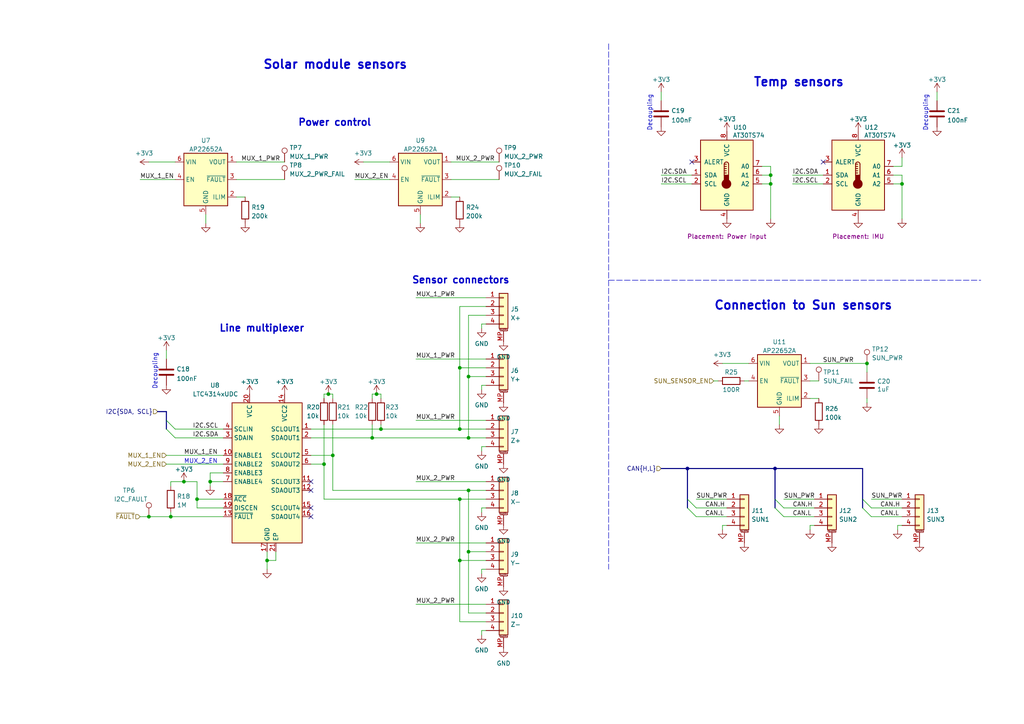
<source format=kicad_sch>
(kicad_sch (version 20211123) (generator eeschema)
  (paper "A4")
  (title_block (title "BUTCube - Flight controller") (date "2022-03-11") (rev "v1.0") (comment 1 "Author: Petr Malaník"))
  (lib_symbols
    (symbol "Connector:TestPoint" (pin_numbers hide) (pin_names (offset 0.762) hide)
      (property "Reference" "TP" (at 0 6.858 0))
      (property "Value" "TestPoint" (at 0 5.08 0))
      (symbol "TestPoint_0_1"
        (circle (center 0 3.302) (radius 0.762))
      )
      (symbol "TestPoint_1_1"
        (pin passive line (at 0 0 90) (length 2.54) (name "1") (number "1"))
      )
    )
    (symbol "Connector_Generic_MountingPin:Conn_01x04_MountingPin" (pin_names (offset 1.016) hide)
      (property "Reference" "J" (at 0 5.08 0))
      (property "Value" "Conn_01x04_MountingPin" (at 1.27 -7.62 0))
      (symbol "Conn_01x04_MountingPin_1_1"
        (rectangle (start -1.27 -4.953) (end 0 -5.207) (stroke (width 0.1524)))
        (rectangle (start -1.27 -2.413) (end 0 -2.667) (stroke (width 0.1524)))
        (rectangle (start -1.27 0.127) (end 0 -0.127) (stroke (width 0.1524)))
        (rectangle (start -1.27 2.667) (end 0 2.413) (stroke (width 0.1524)))
        (rectangle (start -1.27 3.81) (end 1.27 -6.35) (stroke (width 0.254)) (fill (type background)))
        (polyline (pts (xy -1.016 -7.112) (xy 1.016 -7.112)) (stroke (width 0.1524)))
        (text "Mounting" (at 0 -6.731 0) (effects (font (size 0.381 0.381))))
        (pin passive line (at -5.08 2.54 0) (length 3.81) (name "Pin_1") (number "1"))
        (pin passive line (at -5.08 0 0) (length 3.81) (name "Pin_2") (number "2"))
        (pin passive line (at -5.08 -2.54 0) (length 3.81) (name "Pin_3") (number "3"))
        (pin passive line (at -5.08 -5.08 0) (length 3.81) (name "Pin_4") (number "4"))
        (pin passive line (at 0 -10.16 90) (length 3.048) (name "MountPin") (number "MP"))
      )
    )
    (symbol "Device:C" (pin_numbers hide) (pin_names (offset 0.254))
      (property "Reference" "C" (at 0.635 2.54 0))
      (property "Value" "C" (at 0.635 -2.54 0))
      (symbol "C_0_1"
        (polyline (pts (xy -2.032 -0.762) (xy 2.032 -0.762)) (stroke (width 0.508)))
        (polyline (pts (xy -2.032 0.762) (xy 2.032 0.762)) (stroke (width 0.508)))
      )
      (symbol "C_1_1"
        (pin passive line (at 0 3.81 270) (length 2.794) (name "~") (number "1"))
        (pin passive line (at 0 -3.81 90) (length 2.794) (name "~") (number "2"))
      )
    )
    (symbol "Device:R" (pin_numbers hide) (pin_names (offset 0))
      (property "Reference" "R" (at 2.032 0 90))
      (property "Value" "R" (at 0 0 90))
      (symbol "R_0_1"
        (rectangle (start -1.016 -2.54) (end 1.016 2.54) (stroke (width 0.254)))
      )
      (symbol "R_1_1"
        (pin passive line (at 0 3.81 270) (length 1.27) (name "~") (number "1"))
        (pin passive line (at 0 -3.81 90) (length 1.27) (name "~") (number "2"))
      )
    )
    (symbol "Interface_Expansion:LTC4314xUDC"
      (property "Reference" "U" (at -8.89 21.59 0))
      (property "Value" "LTC4314xUDC" (at 11.43 -20.32 0))
      (symbol "LTC4314xUDC_0_0"
        (pin bidirectional line (at 12.7 12.7 180) (length 2.54) (name "SCLOUT1") (number "1"))
      )
      (symbol "LTC4314xUDC_0_1"
        (rectangle (start -10.16 20.32) (end 10.16 -20.32) (stroke (width 0.254)) (fill (type background)))
      )
      (symbol "LTC4314xUDC_1_1"
        (pin input line (at -12.7 5.08 0) (length 2.54) (name "ENABLE1") (number "10"))
        (pin bidirectional line (at 12.7 -2.54 180) (length 2.54) (name "SCLOUT3") (number "11"))
        (pin bidirectional line (at 12.7 -5.08 180) (length 2.54) (name "SDAOUT3") (number "12"))
        (pin open_collector line (at -12.7 -12.7 0) (length 2.54) (name "~{FAULT}") (number "13"))
        (pin power_in line (at 5.08 22.86 270) (length 2.54) (name "VCC2") (number "14"))
        (pin bidirectional line (at 12.7 -10.16 180) (length 2.54) (name "SCLOUT4") (number "15"))
        (pin bidirectional line (at 12.7 -12.7 180) (length 2.54) (name "SDAOUT4") (number "16"))
        (pin power_in line (at 0 -22.86 90) (length 2.54) (name "GND") (number "17"))
        (pin input line (at -12.7 -7.62 0) (length 2.54) (name "~{ACC}") (number "18"))
        (pin input line (at -12.7 -10.16 0) (length 2.54) (name "DISCEN") (number "19"))
        (pin bidirectional line (at 12.7 10.16 180) (length 2.54) (name "SDAOUT1") (number "2"))
        (pin power_in line (at -5.08 22.86 270) (length 2.54) (name "VCC") (number "20"))
        (pin passive line (at 2.54 -22.86 90) (length 2.54) (name "EP") (number "21"))
        (pin bidirectional line (at -12.7 10.16 0) (length 2.54) (name "SDAIN") (number "3"))
        (pin bidirectional line (at -12.7 12.7 0) (length 2.54) (name "SCLIN") (number "4"))
        (pin bidirectional line (at 12.7 5.08 180) (length 2.54) (name "SCLOUT2") (number "5"))
        (pin bidirectional line (at 12.7 2.54 180) (length 2.54) (name "SDAOUT2") (number "6"))
        (pin input line (at -12.7 -2.54 0) (length 2.54) (name "ENABLE4") (number "7"))
        (pin input line (at -12.7 0 0) (length 2.54) (name "ENABLE3") (number "8"))
        (pin input line (at -12.7 2.54 0) (length 2.54) (name "ENABLE2") (number "9"))
      )
    )
    (symbol "TCY_power_management:AP22653"
      (property "Reference" "U" (at 8.89 7.62 0))
      (property "Value" "AP22653" (at 0 7.62 0))
      (symbol "AP22653_0_1"
        (rectangle (start -6.35 5.08) (end 6.35 -10.16) (stroke (width 0.254)) (fill (type background)))
      )
      (symbol "AP22653_1_1"
        (pin power_out line (at 8.89 2.54 180) (length 2.54) (name "VOUT") (number "1"))
        (pin passive line (at 8.89 -7.62 180) (length 2.54) (name "ILIM") (number "2"))
        (pin output line (at 8.89 -2.54 180) (length 2.54) (name "~{FAULT}") (number "3"))
        (pin input line (at -8.89 -2.54 0) (length 2.54) (name "EN") (number "4"))
        (pin passive line (at 0 -12.7 90) (length 2.54) (name "GND") (number "5"))
        (pin power_in line (at -8.89 2.54 0) (length 2.54) (name "VIN") (number "6"))
        (pin passive line (at 0 -12.7 90) (length 2.54) hide (name "E_PAD") (number "7"))
      )
    )
    (symbol "TCY_sensors:AT30TS74" (pin_names (offset 1.016))
      (property "Reference" "U" (at -6.35 11.43 0))
      (property "Value" "AT30TS74" (at 0 11.43 0))
      (symbol "AT30TS74_0_1"
        (rectangle (start -7.62 10.16) (end 7.62 -10.16) (stroke (width 0.254)) (fill (type background)))
        (circle (center -0.127 -2.54) (radius 1.27) (stroke (width 0.254)) (fill (type outline)))
        (polyline (pts (xy -0.762 0.635) (xy -0.127 0.635)) (stroke (width 0.254)))
        (polyline (pts (xy -0.762 1.27) (xy -0.127 1.27)) (stroke (width 0.254)))
        (polyline (pts (xy -0.762 1.905) (xy -0.127 1.905)) (stroke (width 0.254)))
        (polyline (pts (xy -0.762 2.54) (xy -0.127 2.54)) (stroke (width 0.254)))
        (polyline (pts (xy -0.762 3.175) (xy -0.762 0)) (stroke (width 0.254)))
        (polyline (pts (xy -0.762 3.175) (xy -0.127 3.175)) (stroke (width 0.254)))
        (polyline (pts (xy 0.508 3.175) (xy 0.508 0)) (stroke (width 0.254)))
        (rectangle (start 0.508 -1.905) (end -0.762 0) (stroke (width 0.254)) (fill (type outline)))
        (arc (start 0.508 3.175) (mid -0.127 3.81) (end -0.762 3.175) (stroke (width 0.254)))
      )
      (symbol "AT30TS74_1_1"
        (pin bidirectional line (at -10.16 0 0) (length 2.54) (name "SDA") (number "1"))
        (pin input line (at -10.16 -2.54 0) (length 2.54) (name "SCL") (number "2"))
        (pin open_collector line (at -10.16 3.81 0) (length 2.54) (name "ALERT") (number "3"))
        (pin power_in line (at 0 -12.7 90) (length 2.54) (name "GND") (number "4"))
        (pin input line (at 10.16 -2.54 180) (length 2.54) (name "A2") (number "5"))
        (pin input line (at 10.16 0 180) (length 2.54) (name "A1") (number "6"))
        (pin input line (at 10.16 2.54 180) (length 2.54) (name "A0") (number "7"))
        (pin power_in line (at 0 12.7 270) (length 2.54) (name "VCC") (number "8"))
        (pin power_in line (at 0 -12.7 90) (length 2.54) hide (name "GND") (number "9"))
      )
    )
    (symbol "power:+3.3V" (power) (pin_names (offset 0))
      (property "Value" "+3.3V" (at 0 3.556 0))
      (symbol "+3.3V_0_1"
        (polyline (pts (xy -0.762 1.27) (xy 0 2.54)))
        (polyline (pts (xy 0 0) (xy 0 2.54)))
        (polyline (pts (xy 0 2.54) (xy 0.762 1.27)))
      )
      (symbol "+3.3V_1_1"
        (pin power_in line (at 0 0 90) (length 0) hide (name "+3V3") (number "1"))
      )
    )
    (symbol "power:+3V3" (power) (pin_names (offset 0))
      (property "Value" "+3V3" (at 0 3.556 0))
      (symbol "+3V3_0_1"
        (polyline (pts (xy -0.762 1.27) (xy 0 2.54)))
        (polyline (pts (xy 0 0) (xy 0 2.54)))
        (polyline (pts (xy 0 2.54) (xy 0.762 1.27)))
      )
      (symbol "+3V3_1_1"
        (pin power_in line (at 0 0 90) (length 0) hide (name "+3V3") (number "1"))
      )
    )
    (symbol "power:GND" (power) (pin_names (offset 0))
      (property "Value" "GND" (at 0 -3.81 0))
      (symbol "GND_0_1"
        (polyline (pts (xy 0 0) (xy 0 -1.27) (xy 1.27 -1.27) (xy 0 -2.54) (xy -1.27 -1.27) (xy 0 -1.27)))
      )
      (symbol "GND_1_1"
        (pin power_in line (at 0 0 270) (length 0) hide (name "GND") (number "1"))
      )
    )
  )
  (junction (at 95.25 114.3))
  (junction (at 77.47 162.56))
  (junction (at 43.18 149.86))
  (junction (at 135.89 160.02))
  (junction (at 135.89 109.22))
  (junction (at 109.22 114.3))
  (junction (at 110.49 124.46))
  (junction (at 133.35 124.46))
  (junction (at 96.52 132.08))
  (junction (at 199.39 135.89))
  (junction (at 53.34 139.7))
  (junction (at 261.62 53.34))
  (junction (at 224.79 135.89))
  (junction (at 60.96 139.7))
  (junction (at 133.35 106.68))
  (junction (at 107.95 127))
  (junction (at 135.89 142.24))
  (junction (at 223.52 53.34))
  (junction (at 49.53 149.86))
  (junction (at 93.98 134.62))
  (junction (at 251.46 105.41))
  (junction (at 133.35 144.78))
  (junction (at 57.15 144.78))
  (junction (at 135.89 127))
  (junction (at 223.52 50.8))
  (junction (at 133.35 162.56))
  (no_connect (at 90.17 142.24))
  (no_connect (at 90.17 147.32))
  (no_connect (at 90.17 139.7))
  (no_connect (at 200.66 46.99))
  (no_connect (at 90.17 149.86))
  (no_connect (at 238.76 46.99))
  (bus_entry (at 48.26 121.92) (size 2.54 2.54))
  (bus_entry (at 224.79 147.32) (size 2.54 2.54))
  (bus_entry (at 250.19 144.78) (size 2.54 2.54))
  (bus_entry (at 48.26 124.46) (size 2.54 2.54))
  (bus_entry (at 199.39 147.32) (size 2.54 2.54))
  (bus_entry (at 250.19 147.32) (size 2.54 2.54))
  (bus_entry (at 224.79 144.78) (size 2.54 2.54))
  (bus_entry (at 199.39 144.78) (size 2.54 2.54))
  (wire (pts (xy 201.93 147.32) (xy 210.82 147.32)))
  (wire (pts (xy 40.64 149.86) (xy 43.18 149.86)))
  (wire (pts (xy 110.49 114.3) (xy 109.22 114.3)))
  (wire (pts (xy 234.95 110.49) (xy 237.49 110.49)))
  (wire (pts (xy 139.7 93.98) (xy 140.97 93.98)))
  (wire (pts (xy 139.7 147.32) (xy 140.97 147.32)))
  (wire (pts (xy 107.95 127) (xy 135.89 127)))
  (wire (pts (xy 48.26 134.62) (xy 64.77 134.62)))
  (wire (pts (xy 102.87 52.07) (xy 113.03 52.07)))
  (wire (pts (xy 135.89 127) (xy 140.97 127)))
  (wire (pts (xy 261.62 53.34) (xy 261.62 50.8)))
  (wire (pts (xy 43.18 46.99) (xy 50.8 46.99)))
  (wire (pts (xy 60.96 139.7) (xy 60.96 140.97)))
  (wire (pts (xy 209.55 152.4) (xy 210.82 152.4)))
  (wire (pts (xy 96.52 142.24) (xy 96.52 132.08)))
  (wire (pts (xy 68.58 57.15) (xy 71.12 57.15)))
  (wire (pts (xy 93.98 115.57) (xy 93.98 114.3)))
  (wire (pts (xy 120.65 139.7) (xy 140.97 139.7)))
  (wire (pts (xy 261.62 53.34) (xy 261.62 63.5)))
  (bus (pts (xy 45.72 119.38) (xy 48.26 119.38)))
  (wire (pts (xy 130.81 57.15) (xy 133.35 57.15)))
  (wire (pts (xy 259.08 53.34) (xy 261.62 53.34)))
  (wire (pts (xy 234.95 105.41) (xy 251.46 105.41)))
  (wire (pts (xy 209.55 105.41) (xy 217.17 105.41)))
  (wire (pts (xy 252.73 149.86) (xy 261.62 149.86)))
  (wire (pts (xy 133.35 180.34) (xy 140.97 180.34)))
  (wire (pts (xy 133.35 162.56) (xy 140.97 162.56)))
  (wire (pts (xy 135.89 109.22) (xy 140.97 109.22)))
  (bus (pts (xy 250.19 144.78) (xy 250.19 147.32)))
  (wire (pts (xy 201.93 144.78) (xy 210.82 144.78)))
  (wire (pts (xy 57.15 147.32) (xy 57.15 144.78)))
  (wire (pts (xy 260.35 152.4) (xy 261.62 152.4)))
  (wire (pts (xy 48.26 101.6) (xy 48.26 104.14)))
  (wire (pts (xy 107.95 115.57) (xy 107.95 114.3)))
  (wire (pts (xy 234.95 152.4) (xy 236.22 152.4)))
  (wire (pts (xy 50.8 124.46) (xy 64.77 124.46)))
  (wire (pts (xy 90.17 124.46) (xy 110.49 124.46)))
  (wire (pts (xy 110.49 123.19) (xy 110.49 124.46)))
  (polyline (pts (xy 176.53 12.7) (xy 176.53 165.1)))
  (wire (pts (xy 120.65 121.92) (xy 140.97 121.92)))
  (wire (pts (xy 139.7 165.1) (xy 140.97 165.1)))
  (wire (pts (xy 227.33 144.78) (xy 236.22 144.78)))
  (wire (pts (xy 93.98 114.3) (xy 95.25 114.3)))
  (wire (pts (xy 68.58 46.99) (xy 82.55 46.99)))
  (wire (pts (xy 223.52 48.26) (xy 220.98 48.26)))
  (wire (pts (xy 227.33 149.86) (xy 236.22 149.86)))
  (wire (pts (xy 107.95 123.19) (xy 107.95 127)))
  (wire (pts (xy 59.69 62.23) (xy 59.69 64.77)))
  (wire (pts (xy 135.89 177.8) (xy 140.97 177.8)))
  (wire (pts (xy 135.89 109.22) (xy 135.89 127)))
  (wire (pts (xy 120.65 86.36) (xy 140.97 86.36)))
  (wire (pts (xy 93.98 123.19) (xy 93.98 134.62)))
  (wire (pts (xy 133.35 88.9) (xy 140.97 88.9)))
  (wire (pts (xy 105.41 46.99) (xy 113.03 46.99)))
  (wire (pts (xy 139.7 95.25) (xy 139.7 93.98)))
  (wire (pts (xy 64.77 147.32) (xy 57.15 147.32)))
  (bus (pts (xy 48.26 119.38) (xy 48.26 121.92)))
  (wire (pts (xy 90.17 132.08) (xy 96.52 132.08)))
  (wire (pts (xy 191.77 26.67) (xy 191.77 29.21)))
  (wire (pts (xy 135.89 142.24) (xy 96.52 142.24)))
  (wire (pts (xy 130.81 52.07) (xy 144.78 52.07)))
  (bus (pts (xy 224.79 135.89) (xy 224.79 144.78)))
  (wire (pts (xy 48.26 132.08) (xy 64.77 132.08)))
  (wire (pts (xy 95.25 114.3) (xy 96.52 114.3)))
  (wire (pts (xy 133.35 144.78) (xy 93.98 144.78)))
  (wire (pts (xy 77.47 160.02) (xy 77.47 162.56)))
  (bus (pts (xy 199.39 144.78) (xy 199.39 147.32)))
  (wire (pts (xy 200.66 53.34) (xy 191.77 53.34)))
  (bus (pts (xy 199.39 135.89) (xy 224.79 135.89)))
  (wire (pts (xy 43.18 149.86) (xy 49.53 149.86)))
  (wire (pts (xy 130.81 46.99) (xy 144.78 46.99)))
  (wire (pts (xy 90.17 127) (xy 107.95 127)))
  (wire (pts (xy 49.53 139.7) (xy 53.34 139.7)))
  (wire (pts (xy 261.62 45.72) (xy 261.62 48.26)))
  (wire (pts (xy 227.33 147.32) (xy 236.22 147.32)))
  (wire (pts (xy 139.7 129.54) (xy 140.97 129.54)))
  (wire (pts (xy 139.7 182.88) (xy 140.97 182.88)))
  (wire (pts (xy 251.46 115.57) (xy 251.46 116.84)))
  (wire (pts (xy 93.98 144.78) (xy 93.98 134.62)))
  (bus (pts (xy 199.39 135.89) (xy 199.39 144.78)))
  (wire (pts (xy 139.7 113.03) (xy 139.7 111.76)))
  (wire (pts (xy 96.52 123.19) (xy 96.52 132.08)))
  (wire (pts (xy 133.35 144.78) (xy 140.97 144.78)))
  (wire (pts (xy 215.9 110.49) (xy 217.17 110.49)))
  (wire (pts (xy 139.7 184.15) (xy 139.7 182.88)))
  (wire (pts (xy 121.92 62.23) (xy 121.92 64.77)))
  (wire (pts (xy 223.52 50.8) (xy 223.52 48.26)))
  (wire (pts (xy 133.35 144.78) (xy 133.35 162.56)))
  (wire (pts (xy 201.93 149.86) (xy 210.82 149.86)))
  (wire (pts (xy 40.64 52.07) (xy 50.8 52.07)))
  (wire (pts (xy 133.35 106.68) (xy 133.35 124.46)))
  (wire (pts (xy 133.35 162.56) (xy 133.35 180.34)))
  (bus (pts (xy 250.19 135.89) (xy 250.19 144.78)))
  (wire (pts (xy 209.55 153.67) (xy 209.55 152.4)))
  (wire (pts (xy 77.47 162.56) (xy 77.47 165.1)))
  (wire (pts (xy 90.17 134.62) (xy 93.98 134.62)))
  (wire (pts (xy 238.76 50.8) (xy 229.87 50.8)))
  (wire (pts (xy 200.66 50.8) (xy 191.77 50.8)))
  (wire (pts (xy 60.96 137.16) (xy 60.96 139.7)))
  (wire (pts (xy 50.8 127) (xy 64.77 127)))
  (wire (pts (xy 120.65 175.26) (xy 140.97 175.26)))
  (wire (pts (xy 96.52 114.3) (xy 96.52 115.57)))
  (wire (pts (xy 261.62 48.26) (xy 259.08 48.26)))
  (wire (pts (xy 49.53 148.59) (xy 49.53 149.86)))
  (wire (pts (xy 107.95 114.3) (xy 109.22 114.3)))
  (wire (pts (xy 271.78 26.67) (xy 271.78 29.21)))
  (wire (pts (xy 60.96 139.7) (xy 64.77 139.7)))
  (wire (pts (xy 139.7 166.37) (xy 139.7 165.1)))
  (wire (pts (xy 259.08 50.8) (xy 261.62 50.8)))
  (wire (pts (xy 135.89 142.24) (xy 140.97 142.24)))
  (wire (pts (xy 135.89 91.44) (xy 135.89 109.22)))
  (wire (pts (xy 80.01 162.56) (xy 77.47 162.56)))
  (wire (pts (xy 53.34 139.7) (xy 57.15 139.7)))
  (wire (pts (xy 57.15 139.7) (xy 57.15 144.78)))
  (wire (pts (xy 110.49 124.46) (xy 133.35 124.46)))
  (wire (pts (xy 238.76 53.34) (xy 229.87 53.34)))
  (wire (pts (xy 139.7 111.76) (xy 140.97 111.76)))
  (wire (pts (xy 223.52 53.34) (xy 223.52 63.5)))
  (wire (pts (xy 135.89 160.02) (xy 140.97 160.02)))
  (bus (pts (xy 224.79 135.89) (xy 250.19 135.89)))
  (wire (pts (xy 226.06 120.65) (xy 226.06 123.19)))
  (polyline (pts (xy 176.53 81.28) (xy 284.48 81.28)))
  (wire (pts (xy 260.35 153.67) (xy 260.35 152.4)))
  (wire (pts (xy 68.58 52.07) (xy 82.55 52.07)))
  (wire (pts (xy 234.95 115.57) (xy 237.49 115.57)))
  (wire (pts (xy 120.65 157.48) (xy 140.97 157.48)))
  (wire (pts (xy 252.73 147.32) (xy 261.62 147.32)))
  (wire (pts (xy 139.7 130.81) (xy 139.7 129.54)))
  (wire (pts (xy 49.53 140.97) (xy 49.53 139.7)))
  (wire (pts (xy 80.01 160.02) (xy 80.01 162.56)))
  (wire (pts (xy 64.77 144.78) (xy 57.15 144.78)))
  (wire (pts (xy 251.46 105.41) (xy 251.46 107.95)))
  (wire (pts (xy 133.35 88.9) (xy 133.35 106.68)))
  (bus (pts (xy 191.77 135.89) (xy 199.39 135.89)))
  (wire (pts (xy 139.7 148.59) (xy 139.7 147.32)))
  (wire (pts (xy 135.89 160.02) (xy 135.89 142.24)))
  (wire (pts (xy 133.35 106.68) (xy 140.97 106.68)))
  (wire (pts (xy 49.53 149.86) (xy 64.77 149.86)))
  (wire (pts (xy 252.73 144.78) (xy 261.62 144.78)))
  (wire (pts (xy 234.95 153.67) (xy 234.95 152.4)))
  (bus (pts (xy 224.79 144.78) (xy 224.79 147.32)))
  (wire (pts (xy 220.98 53.34) (xy 223.52 53.34)))
  (wire (pts (xy 223.52 53.34) (xy 223.52 50.8)))
  (wire (pts (xy 64.77 137.16) (xy 60.96 137.16)))
  (wire (pts (xy 207.01 110.49) (xy 208.28 110.49)))
  (wire (pts (xy 110.49 115.57) (xy 110.49 114.3)))
  (wire (pts (xy 135.89 91.44) (xy 140.97 91.44)))
  (wire (pts (xy 133.35 124.46) (xy 140.97 124.46)))
  (wire (pts (xy 135.89 177.8) (xy 135.89 160.02)))
  (wire (pts (xy 120.65 104.14) (xy 140.97 104.14)))
  (wire (pts (xy 220.98 50.8) (xy 223.52 50.8)))
  (bus (pts (xy 48.26 121.92) (xy 48.26 124.46)))
  (text "Decoupling" (at 45.72 113.03 90) (effects (font (size 1.27 1.27)) (justify left bottom)))
  (text "Sensor connectors" (at 119.38 82.55 0) (effects (font (size 2 2) (thickness 0.4) bold) (justify left bottom)))
  (text "Connection to Sun sensors" (at 207.01 90.17 0) (effects (font (size 2.5 2.5) (thickness 0.5) bold) (justify left bottom)))
  (text "Decoupling" (at 269.24 38.1 90) (effects (font (size 1.27 1.27)) (justify left bottom)))
  (text "MUX_2_EN" (at 53.34 134.62 0) (effects (font (size 1.27 1.27)) (justify left bottom)))
  (text "Power control" (at 86.36 36.83 0) (effects (font (size 2 2) bold) (justify left bottom)))
  (text "Line multiplexer" (at 63.5 96.52 0) (effects (font (size 2 2) bold) (justify left bottom)))
  (text "Decoupling" (at 189.23 38.1 90) (effects (font (size 1.27 1.27)) (justify left bottom)))
  (text "Temp sensors" (at 218.44 25.4 0) (effects (font (size 2.5 2.5) (thickness 0.5) bold) (justify left bottom)))
  (text "Solar module sensors" (at 76.2 20.32 0) (effects (font (size 2.5 2.5) (thickness 0.5) bold) (justify left bottom)))
  (label "MUX_2_PWR" (at 120.65 175.26 0))
  (label "MUX_1_PWR" (at 120.65 104.14 0))
  (label "MUX_2_EN" (at 102.87 52.07 0))
  (label "MUX_1_PWR" (at 81.28 46.99 180))
  (label "SUN_PWR" (at 227.33 144.78 0))
  (label "MUX_2_PWR" (at 120.65 157.48 0))
  (label "MUX_1_PWR" (at 120.65 86.36 0))
  (label "CAN.H" (at 229.87 147.32 0))
  (label "CAN.L" (at 204.47 149.86 0))
  (label "CAN.H" (at 204.47 147.32 0))
  (label "CAN.L" (at 229.87 149.86 0))
  (label "SUN_PWR" (at 247.65 105.41 180))
  (label "I2C.SDA" (at 55.88 127 0))
  (label "I2C.SCL" (at 191.77 53.34 0))
  (label "MUX_1_EN" (at 53.34 132.08 0))
  (label "I2C.SCL" (at 229.87 53.34 0))
  (label "MUX_1_PWR" (at 120.65 121.92 0))
  (label "SUN_PWR" (at 252.73 144.78 0))
  (label "I2C.SCL" (at 55.88 124.46 0))
  (label "MUX_1_EN" (at 40.64 52.07 0))
  (label "CAN.H" (at 255.27 147.32 0))
  (label "I2C.SDA" (at 191.77 50.8 0))
  (label "I2C.SDA" (at 229.87 50.8 0))
  (label "CAN.L" (at 255.27 149.86 0))
  (label "MUX_2_PWR" (at 120.65 139.7 0))
  (label "MUX_2_PWR" (at 143.51 46.99 180))
  (label "SUN_PWR" (at 201.93 144.78 0))
  (hierarchical_label "CAN{H,L}" (shape input) (at 191.77 135.89 180))
  (hierarchical_label "MUX_2_EN" (shape input) (at 48.26 134.62 180))
  (hierarchical_label "MUX_1_EN" (shape input) (at 48.26 132.08 180))
  (hierarchical_label "~{FAULT}" (shape input) (at 40.64 149.86 180))
  (hierarchical_label "SUN_SENSOR_EN" (shape input) (at 207.01 110.49 180))
  (hierarchical_label "I2C{SDA, SCL}" (shape input) (at 45.72 119.38 180))
  (symbol (lib_id "power:GND") (at 139.7 184.15 0) (unit 1)
    (property "Reference" "#PWR070" (effects hide))
    (property "Value" "~" (at 139.7 188.5934 0))
  )
  (symbol (lib_id "power:GND") (at 251.46 116.84 0) (unit 1)
    (property "Reference" "#PWR091" (effects hide))
    (property "Value" "GND" (effects hide))
  )
  (symbol (lib_id "power:GND") (at 77.47 165.1 0) (unit 1)
    (property "Reference" "#PWR058" (effects hide))
  )
  (symbol (lib_id "power:+3V3") (at 248.92 38.1 0) (unit 1)
    (property "Reference" "#PWR089" (effects hide))
    (property "Value" "+3V3" (at 248.92 34.5242 0))
  )
  (symbol (lib_id "Device:R") (at 110.49 119.38 0) (unit 1)
    (property "Reference" "R23" (at 111.76 118.11 0) (effects (justify left)))
    (property "Value" "10k" (at 111.76 120.65 0) (effects (justify left)))
    (property "Footprint" "TCY_passives:R_0603_1608Metric" (effects hide))
  )
  (symbol (lib_id "Device:C") (at 251.46 111.76 0) (unit 1)
    (property "Reference" "C20" (at 254.3811 110.6106 0) (effects (justify left)))
    (property "Value" "1uF" (at 254.381 112.909 0) (effects (justify left)))
    (property "Footprint" "TCY_passives:C_0603_1608Metric" (effects hide))
  )
  (symbol (lib_id "Connector_Generic_MountingPin:Conn_01x04_MountingPin") (at 146.05 88.9 0) (unit 1)
    (property "Reference" "J5" (at 148.082 89.6909 0) (effects (justify left)))
    (property "Value" "X+" (at 148.082 92.2278 0) (effects (justify left)))
    (property "Footprint" "TCY_connectors:Amphenol_10114830-11103LF_1x04_P1.25mm_Horizontal" (effects hide))
  )
  (symbol (lib_id "Connector:TestPoint") (at 43.18 149.86 0) (unit 1)
    (property "Reference" "TP6" (at 35.56 142.24 0) (effects (justify left)))
    (property "Value" "I2C_FAULT" (at 33.02 144.78 0) (effects (justify left)))
    (property "Footprint" "TCY_connectors:TestPoint_Pad_D0.5mm" (effects hide))
  )
  (symbol (lib_id "Device:C") (at 271.78 33.02 0) (unit 1)
    (property "Reference" "C21" (at 274.7011 32.1115 0) (effects (justify left)))
    (property "Value" "100nF" (at 274.7011 34.8866 0) (effects (justify left)))
    (property "Footprint" "TCY_passives:C_0603_1608Metric" (effects hide))
  )
  (symbol (lib_id "power:GND") (at 226.06 123.19 0) (unit 1)
    (property "Reference" "#PWR085" (effects hide))
    (property "Value" "GND" (effects hide))
  )
  (symbol (lib_id "TCY_power_management:AP22653") (at 59.69 49.53 0) (unit 1)
    (property "Reference" "U7" (at 59.69 40.7502 0))
    (property "Value" "AP22652A" (at 59.69 43.2871 0))
    (property "Footprint" "Package_DFN_QFN:DFN-6-1EP_2x2mm_P0.65mm_EP1x1.6mm" (effects hide))
    (property "Datasheet" "https://www.diodes.com/assets/Datasheets/AP22652_53_52A_53A.pdf" (effects hide))
  )
  (symbol (lib_id "Connector:TestPoint") (at 144.78 46.99 0) (unit 1)
    (property "Reference" "TP9" (at 146.177 42.8533 0) (effects (justify left)))
    (property "Value" "MUX_2_PWR" (at 146.177 45.3902 0) (effects (justify left)))
    (property "Footprint" "TCY_connectors:TestPoint_Pad_D0.5mm" (effects hide))
  )
  (symbol (lib_id "power:+3V3") (at 210.82 38.1 0) (unit 1)
    (property "Reference" "#PWR081" (effects hide))
    (property "Value" "+3V3" (at 210.82 34.5242 0))
  )
  (symbol (lib_id "power:+3V3") (at 261.62 45.72 0) (unit 1)
    (property "Reference" "#PWR093" (effects hide))
    (property "Value" "+3V3" (at 261.62 42.1442 0))
  )
  (symbol (lib_id "TCY_power_management:AP22653") (at 121.92 49.53 0) (unit 1)
    (property "Reference" "U9" (at 121.92 40.7502 0))
    (property "Value" "AP22652A" (at 121.92 43.2871 0))
    (property "Footprint" "Package_DFN_QFN:DFN-6-1EP_2x2mm_P0.65mm_EP1x1.6mm" (effects hide))
    (property "Datasheet" "https://www.diodes.com/assets/Datasheets/AP22652_53_52A_53A.pdf" (effects hide))
  )
  (symbol (lib_id "power:GND") (at 260.35 153.67 0) (unit 1)
    (property "Reference" "#PWR092" (effects hide))
    (property "Value" "GND" (effects hide))
  )
  (symbol (lib_id "Connector_Generic_MountingPin:Conn_01x04_MountingPin") (at 266.7 147.32 0) (unit 1)
    (property "Reference" "J13" (at 268.732 148.1109 0) (effects (justify left)))
    (property "Value" "SUN3" (at 268.732 150.6478 0) (effects (justify left)))
    (property "Footprint" "TCY_connectors:Amphenol_10114830-11103LF_1x04_P1.25mm_Horizontal" (effects hide))
  )
  (symbol (lib_id "power:GND") (at 146.05 170.18 0) (unit 1)
    (property "Reference" "#PWR075" (effects hide))
    (property "Value" "~" (at 146.05 174.6234 0))
  )
  (symbol (lib_id "Device:R") (at 49.53 144.78 0) (unit 1)
    (property "Reference" "R18" (at 51.308 143.9453 0) (effects (justify left)))
    (property "Value" "1M" (at 51.308 146.4822 0) (effects (justify left)))
    (property "Footprint" "TCY_passives:R_0603_1608Metric" (effects hide))
  )
  (symbol (lib_id "Interface_Expansion:LTC4314xUDC") (at 77.47 137.16 0) (unit 1)
    (property "Reference" "U8" (at 60.96 111.76 0) (effects (justify left)))
    (property "Value" "LTC4314xUDC" (at 55.88 114.3 0) (effects (justify left)))
    (property "Footprint" "Package_DFN_QFN:QFN-20-1EP_3x4mm_P0.5mm_EP1.65x2.65mm" (effects hide))
    (property "Datasheet" "https://www.analog.com/media/en/technical-documentation/data-sheets/4314f.pdf" (effects hide))
  )
  (symbol (lib_id "Device:R") (at 96.52 119.38 0) (unit 1)
    (property "Reference" "R21" (at 97.79 118.11 0) (effects (justify left)))
    (property "Value" "10k" (at 97.79 120.65 0) (effects (justify left)))
    (property "Footprint" "TCY_passives:R_0603_1608Metric" (effects hide))
  )
  (symbol (lib_id "power:+3.3V") (at 109.22 114.3 0) (unit 1)
    (property "Reference" "#PWR062" (effects hide))
    (property "Value" "+3.3V" (at 109.22 110.7242 0))
  )
  (symbol (lib_id "TCY_sensors:AT30TS74") (at 210.82 50.8 0) (unit 1)
    (property "Reference" "U10" (at 214.63 36.9528 0))
    (property "Value" "AT30TS74" (at 217.17 39.2515 0))
    (property "Footprint" "Package_DFN_QFN:DFN-8-1EP_3x2mm_P0.5mm_EP1.3x1.5mm" (effects hide))
    (property "Datasheet" "http://ww1.microchip.com/downloads/en/DeviceDoc/Web_AT30TS74_0217.pdf" (effects hide))
    (property "Placement" "Placement: Power input" (at 210.82 68.58 0))
  )
  (symbol (lib_id "Connector_Generic_MountingPin:Conn_01x04_MountingPin") (at 146.05 142.24 0) (unit 1)
    (property "Reference" "J8" (at 148.082 143.0309 0) (effects (justify left)))
    (property "Value" "X-" (at 148.082 145.5678 0) (effects (justify left)))
    (property "Footprint" "TCY_connectors:Amphenol_10114830-11103LF_1x04_P1.25mm_Horizontal" (effects hide))
  )
  (symbol (lib_id "TCY_power_management:AP22653") (at 226.06 107.95 0) (unit 1)
    (property "Reference" "U11" (at 226.06 99.1702 0))
    (property "Value" "AP22652A" (at 226.06 101.7071 0))
    (property "Footprint" "Package_DFN_QFN:DFN-6-1EP_2x2mm_P0.65mm_EP1x1.6mm" (effects hide))
    (property "Datasheet" "https://www.diodes.com/assets/Datasheets/AP22652_53_52A_53A.pdf" (effects hide))
  )
  (symbol (lib_id "power:GND") (at 71.12 64.77 0) (unit 1)
    (property "Reference" "#PWR056" (effects hide))
    (property "Value" "GND" (effects hide))
  )
  (symbol (lib_id "power:GND") (at 133.35 64.77 0) (unit 1)
    (property "Reference" "#PWR064" (effects hide))
    (property "Value" "GND" (effects hide))
  )
  (symbol (lib_id "power:+3.3V") (at 191.77 26.67 0) (unit 1)
    (property "Reference" "#PWR077" (effects hide))
    (property "Value" "+3.3V" (at 191.77 23.0655 0))
  )
  (symbol (lib_id "power:+3.3V") (at 95.25 114.3 0) (unit 1)
    (property "Reference" "#PWR060" (effects hide))
    (property "Value" "+3.3V" (at 95.25 110.7242 0))
  )
  (symbol (lib_id "power:GND") (at 237.49 123.19 0) (unit 1)
    (property "Reference" "#PWR087" (effects hide))
    (property "Value" "GND" (effects hide))
  )
  (symbol (lib_id "Device:C") (at 191.77 33.02 0) (unit 1)
    (property "Reference" "C19" (at 194.6911 32.1115 0) (effects (justify left)))
    (property "Value" "100nF" (at 194.6911 34.8866 0) (effects (justify left)))
    (property "Footprint" "TCY_passives:C_0603_1608Metric" (effects hide))
  )
  (symbol (lib_id "power:GND") (at 59.69 64.77 0) (unit 1)
    (property "Reference" "#PWR054" (effects hide))
    (property "Value" "GND" (effects hide))
  )
  (symbol (lib_id "power:GND") (at 139.7 95.25 0) (unit 1)
    (property "Reference" "#PWR065" (effects hide))
    (property "Value" "~" (at 139.7 99.6934 0))
  )
  (symbol (lib_id "power:+3V3") (at 43.18 46.99 90) (unit 1)
    (property "Reference" "#PWR050" (effects hide))
    (property "Value" "+3V3" (at 44.45 44.45 90) (effects (justify left)))
  )
  (symbol (lib_id "Device:C") (at 48.26 107.95 0) (unit 1)
    (property "Reference" "C18" (at 51.1811 107.0415 0) (effects (justify left)))
    (property "Value" "100nF" (at 51.1811 109.8166 0) (effects (justify left)))
    (property "Footprint" "TCY_passives:C_0603_1608Metric" (effects hide))
  )
  (symbol (lib_id "power:GND") (at 139.7 130.81 0) (unit 1)
    (property "Reference" "#PWR067" (effects hide))
    (property "Value" "~" (at 139.7 135.2534 0))
  )
  (symbol (lib_id "power:GND") (at 146.05 152.4 0) (unit 1)
    (property "Reference" "#PWR074" (effects hide))
    (property "Value" "~" (at 146.05 156.8434 0))
  )
  (symbol (lib_id "Connector:TestPoint") (at 82.55 52.07 0) (unit 1)
    (property "Reference" "TP8" (at 83.947 47.9333 0) (effects (justify left)))
    (property "Value" "MUX_2_PWR_FAIL" (at 83.947 50.4702 0) (effects (justify left)))
    (property "Footprint" "TCY_connectors:TestPoint_Pad_D0.5mm" (effects hide))
  )
  (symbol (lib_id "power:GND") (at 210.82 63.5 0) (unit 1)
    (property "Reference" "#PWR082" (effects hide))
    (property "Value" "GND" (effects hide))
  )
  (symbol (lib_id "power:GND") (at 60.96 140.97 0) (unit 1)
    (property "Reference" "#PWR055" (effects hide))
    (property "Value" "GND" (effects hide))
  )
  (symbol (lib_id "Device:R") (at 107.95 119.38 0) (unit 1)
    (property "Reference" "R22" (at 102.87 118.11 0) (effects (justify left)))
    (property "Value" "10k" (at 102.87 120.65 0) (effects (justify left)))
    (property "Footprint" "TCY_passives:R_0603_1608Metric" (effects hide))
  )
  (symbol (lib_id "power:GND") (at 266.7 157.48 0) (unit 1)
    (property "Reference" "#PWR095" (effects hide))
    (property "Value" "GND" (effects hide))
  )
  (symbol (lib_id "power:GND") (at 191.77 36.83 0) (unit 1)
    (property "Reference" "#PWR078" (effects hide))
    (property "Value" "GND" (effects hide))
  )
  (symbol (lib_id "power:GND") (at 209.55 153.67 0) (unit 1)
    (property "Reference" "#PWR080" (effects hide))
    (property "Value" "GND" (effects hide))
  )
  (symbol (lib_id "Connector:TestPoint") (at 251.46 105.41 0) (unit 1)
    (property "Reference" "TP12" (at 252.857 101.2733 0) (effects (justify left)))
    (property "Value" "SUN_PWR" (at 252.857 103.8102 0) (effects (justify left)))
    (property "Footprint" "TCY_connectors:TestPoint_Pad_D0.5mm" (effects hide))
  )
  (symbol (lib_id "Connector_Generic_MountingPin:Conn_01x04_MountingPin") (at 146.05 177.8 0) (unit 1)
    (property "Reference" "J10" (at 148.082 178.5909 0) (effects (justify left)))
    (property "Value" "Z-" (at 148.082 181.1278 0) (effects (justify left)))
    (property "Footprint" "TCY_connectors:Amphenol_10114830-11103LF_1x04_P1.25mm_Horizontal" (effects hide))
  )
  (symbol (lib_id "power:+3.3V") (at 82.55 114.3 0) (unit 1)
    (property "Reference" "#PWR059" (effects hide))
    (property "Value" "+3.3V" (at 82.55 110.7242 0))
  )
  (symbol (lib_id "Connector_Generic_MountingPin:Conn_01x04_MountingPin") (at 215.9 147.32 0) (unit 1)
    (property "Reference" "J11" (at 217.932 148.1109 0) (effects (justify left)))
    (property "Value" "SUN1" (at 217.932 150.6478 0) (effects (justify left)))
    (property "Footprint" "TCY_connectors:Amphenol_10114830-11103LF_1x04_P1.25mm_Horizontal" (effects hide))
  )
  (symbol (lib_id "power:+3V3") (at 209.55 105.41 90) (unit 1)
    (property "Reference" "#PWR079" (effects hide))
    (property "Value" "+3V3" (at 212.09 102.87 90) (effects (justify left)))
  )
  (symbol (lib_id "Device:R") (at 237.49 119.38 0) (unit 1)
    (property "Reference" "R26" (at 239.268 118.5453 0) (effects (justify left)))
    (property "Value" "100k" (at 239.268 121.0822 0) (effects (justify left)))
    (property "Footprint" "TCY_passives:R_0603_1608Metric" (effects hide))
  )
  (symbol (lib_id "power:+3.3V") (at 72.39 114.3 0) (unit 1)
    (property "Reference" "#PWR057" (effects hide))
    (property "Value" "+3.3V" (at 72.39 110.7242 0))
  )
  (symbol (lib_id "power:+3.3V") (at 53.34 139.7 0) (unit 1)
    (property "Reference" "#PWR053" (effects hide))
    (property "Value" "+3.3V" (at 53.34 136.1242 0))
  )
  (symbol (lib_id "power:GND") (at 48.26 111.76 0) (unit 1)
    (property "Reference" "#PWR052" (effects hide))
    (property "Value" "GND" (effects hide))
  )
  (symbol (lib_id "Device:R") (at 93.98 119.38 0) (unit 1)
    (property "Reference" "R20" (at 88.9 118.11 0) (effects (justify left)))
    (property "Value" "10k" (at 88.9 120.65 0) (effects (justify left)))
    (property "Footprint" "TCY_passives:R_0603_1608Metric" (effects hide))
  )
  (symbol (lib_id "power:+3V3") (at 105.41 46.99 90) (unit 1)
    (property "Reference" "#PWR061" (effects hide))
    (property "Value" "+3V3" (at 107.95 44.45 90) (effects (justify left)))
  )
  (symbol (lib_id "Connector:TestPoint") (at 237.49 110.49 0) (unit 1)
    (property "Reference" "TP11" (at 238.76 107.95 0) (effects (justify left)))
    (property "Value" "SUN_FAIL" (at 238.76 110.49 0) (effects (justify left)))
    (property "Footprint" "TCY_connectors:TestPoint_Pad_D0.5mm" (effects hide))
  )
  (symbol (lib_id "power:GND") (at 271.78 36.83 0) (unit 1)
    (property "Reference" "#PWR097" (effects hide))
    (property "Value" "GND" (effects hide))
  )
  (symbol (lib_id "power:GND") (at 146.05 116.84 0) (unit 1)
    (property "Reference" "#PWR072" (effects hide))
    (property "Value" "~" (at 146.05 121.2834 0))
  )
  (symbol (lib_id "power:GND") (at 234.95 153.67 0) (unit 1)
    (property "Reference" "#PWR086" (effects hide))
    (property "Value" "GND" (effects hide))
  )
  (symbol (lib_id "power:+3.3V") (at 271.78 26.67 0) (unit 1)
    (property "Reference" "#PWR096" (effects hide))
    (property "Value" "+3.3V" (at 271.78 23.0655 0))
  )
  (symbol (lib_id "power:GND") (at 146.05 134.62 0) (unit 1)
    (property "Reference" "#PWR073" (effects hide))
    (property "Value" "~" (at 146.05 139.0634 0))
  )
  (symbol (lib_id "power:GND") (at 248.92 63.5 0) (unit 1)
    (property "Reference" "#PWR090" (effects hide))
    (property "Value" "GND" (effects hide))
  )
  (symbol (lib_id "power:+3.3V") (at 48.26 101.6 0) (unit 1)
    (property "Reference" "#PWR051" (effects hide))
    (property "Value" "+3.3V" (at 48.26 97.9955 0))
  )
  (symbol (lib_id "power:GND") (at 146.05 99.06 0) (unit 1)
    (property "Reference" "#PWR071" (effects hide))
    (property "Value" "~" (at 146.05 103.5034 0))
  )
  (symbol (lib_id "power:GND") (at 139.7 148.59 0) (unit 1)
    (property "Reference" "#PWR068" (effects hide))
    (property "Value" "~" (at 139.7 153.0334 0))
  )
  (symbol (lib_id "Connector:TestPoint") (at 82.55 46.99 0) (unit 1)
    (property "Reference" "TP7" (at 83.947 42.8533 0) (effects (justify left)))
    (property "Value" "MUX_1_PWR" (at 83.947 45.3902 0) (effects (justify left)))
    (property "Footprint" "TCY_connectors:TestPoint_Pad_D0.5mm" (effects hide))
  )
  (symbol (lib_id "Connector_Generic_MountingPin:Conn_01x04_MountingPin") (at 241.3 147.32 0) (unit 1)
    (property "Reference" "J12" (at 243.332 148.1109 0) (effects (justify left)))
    (property "Value" "SUN2" (at 243.332 150.6478 0) (effects (justify left)))
    (property "Footprint" "TCY_connectors:Amphenol_10114830-11103LF_1x04_P1.25mm_Horizontal" (effects hide))
  )
  (symbol (lib_id "Connector_Generic_MountingPin:Conn_01x04_MountingPin") (at 146.05 160.02 0) (unit 1)
    (property "Reference" "J9" (at 148.082 160.8109 0) (effects (justify left)))
    (property "Value" "Y-" (at 148.082 163.3478 0) (effects (justify left)))
    (property "Footprint" "TCY_connectors:Amphenol_10114830-11103LF_1x04_P1.25mm_Horizontal" (effects hide))
  )
  (symbol (lib_id "Device:R") (at 212.09 110.49 90) (unit 1)
    (property "Reference" "R25" (at 212.09 107.95 90))
    (property "Value" "100R" (at 212.09 113.03 90))
    (property "Footprint" "TCY_passives:R_0603_1608Metric" (effects hide))
  )
  (symbol (lib_id "Device:R") (at 71.12 60.96 0) (unit 1)
    (property "Reference" "R19" (at 72.898 60.1253 0) (effects (justify left)))
    (property "Value" "200k" (at 72.898 62.6622 0) (effects (justify left)))
    (property "Footprint" "TCY_passives:R_0603_1608Metric" (effects hide))
  )
  (symbol (lib_id "Device:R") (at 133.35 60.96 0) (unit 1)
    (property "Reference" "R24" (at 135.128 60.1253 0) (effects (justify left)))
    (property "Value" "200k" (at 135.128 62.6622 0) (effects (justify left)))
    (property "Footprint" "TCY_passives:R_0603_1608Metric" (effects hide))
  )
  (symbol (lib_id "power:GND") (at 215.9 157.48 0) (unit 1)
    (property "Reference" "#PWR083" (effects hide))
    (property "Value" "GND" (effects hide))
  )
  (symbol (lib_id "Connector_Generic_MountingPin:Conn_01x04_MountingPin") (at 146.05 106.68 0) (unit 1)
    (property "Reference" "J6" (at 148.082 107.4709 0) (effects (justify left)))
    (property "Value" "Y+" (at 148.082 110.0078 0) (effects (justify left)))
    (property "Footprint" "TCY_connectors:Amphenol_10114830-11103LF_1x04_P1.25mm_Horizontal" (effects hide))
  )
  (symbol (lib_id "Connector:TestPoint") (at 144.78 52.07 0) (unit 1)
    (property "Reference" "TP10" (at 146.177 47.9333 0) (effects (justify left)))
    (property "Value" "MUX_2_FAIL" (at 146.177 50.4702 0) (effects (justify left)))
    (property "Footprint" "TCY_connectors:TestPoint_Pad_D0.5mm" (effects hide))
  )
  (symbol (lib_id "power:GND") (at 139.7 166.37 0) (unit 1)
    (property "Reference" "#PWR069" (effects hide))
    (property "Value" "~" (at 139.7 170.8134 0))
  )
  (symbol (lib_id "TCY_sensors:AT30TS74") (at 248.92 50.8 0) (unit 1)
    (property "Reference" "U12" (at 252.73 36.9528 0))
    (property "Value" "AT30TS74" (at 255.27 39.2515 0))
    (property "Footprint" "Package_DFN_QFN:DFN-8-1EP_3x2mm_P0.5mm_EP1.3x1.5mm" (effects hide))
    (property "Datasheet" "http://ww1.microchip.com/downloads/en/DeviceDoc/Web_AT30TS74_0217.pdf" (effects hide))
    (property "Placement" "Placement: IMU" (at 248.92 68.58 0))
  )
  (symbol (lib_id "power:GND") (at 121.92 64.77 0) (unit 1)
    (property "Reference" "#PWR063" (effects hide))
    (property "Value" "GND" (effects hide))
  )
  (symbol (lib_id "power:GND") (at 241.3 157.48 0) (unit 1)
    (property "Reference" "#PWR088" (effects hide))
    (property "Value" "GND" (effects hide))
  )
  (symbol (lib_id "power:GND") (at 139.7 113.03 0) (unit 1)
    (property "Reference" "#PWR066" (effects hide))
    (property "Value" "~" (at 139.7 117.4734 0))
  )
  (symbol (lib_id "power:GND") (at 146.05 187.96 0) (unit 1)
    (property "Reference" "#PWR076" (effects hide))
    (property "Value" "~" (at 146.05 192.4034 0))
  )
  (symbol (lib_id "Connector_Generic_MountingPin:Conn_01x04_MountingPin") (at 146.05 124.46 0) (unit 1)
    (property "Reference" "J7" (at 148.082 125.2509 0) (effects (justify left)))
    (property "Value" "Z+" (at 148.082 127.7878 0) (effects (justify left)))
    (property "Footprint" "TCY_connectors:Amphenol_10114830-11103LF_1x04_P1.25mm_Horizontal" (effects hide))
  )
  (symbol (lib_id "power:GND") (at 261.62 63.5 0) (unit 1)
    (property "Reference" "#PWR094" (effects hide))
    (property "Value" "GND" (effects hide))
  )
  (symbol (lib_id "power:GND") (at 223.52 63.5 0) (unit 1)
    (property "Reference" "#PWR084" (effects hide))
    (property "Value" "GND" (effects hide))
  )
)
</source>
